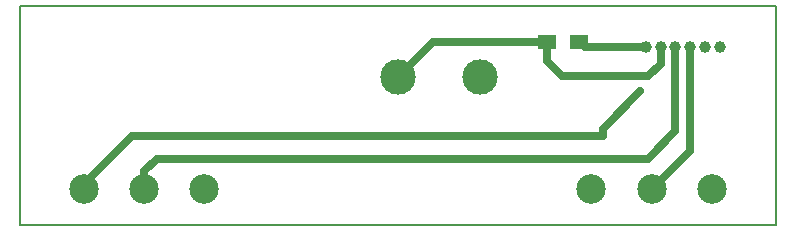
<source format=gtl>
G04 #@! TF.FileFunction,Copper,L1,Top,Signal*
%FSLAX46Y46*%
G04 Gerber Fmt 4.6, Leading zero omitted, Abs format (unit mm)*
G04 Created by KiCad (PCBNEW 4.0.6+dfsg1-1) date Mon Oct 16 00:48:50 2017*
%MOMM*%
%LPD*%
G01*
G04 APERTURE LIST*
%ADD10C,0.100000*%
%ADD11C,0.150000*%
%ADD12C,2.500000*%
%ADD13C,1.000000*%
%ADD14R,1.500000X1.300000*%
%ADD15C,3.000000*%
%ADD16C,0.600000*%
%ADD17C,0.635000*%
%ADD18C,0.250000*%
G04 APERTURE END LIST*
D10*
D11*
X181000000Y-127500000D02*
X181000000Y-109000000D01*
X117000000Y-127500000D02*
X181000000Y-127500000D01*
X117000000Y-109000000D02*
X117000000Y-127500000D01*
X181000000Y-109000000D02*
X117000000Y-109000000D01*
D12*
X127500000Y-124500000D03*
X122400000Y-124500000D03*
X132600000Y-124500000D03*
D13*
X170000000Y-112500000D03*
X171250000Y-112500000D03*
X172500000Y-112500000D03*
X173750000Y-112500000D03*
X175000000Y-112500000D03*
X176250000Y-112500000D03*
D14*
X161650000Y-112000000D03*
X164350000Y-112000000D03*
D12*
X170500000Y-124500000D03*
X165400000Y-124500000D03*
X175600000Y-124500000D03*
D15*
X149000000Y-115000000D03*
X156000000Y-115000000D03*
D16*
X166370000Y-120015000D03*
X169545000Y-116205000D03*
D17*
X166370000Y-120015000D02*
X126485000Y-120015000D01*
X126485000Y-120015000D02*
X122400000Y-124100000D01*
X122400000Y-124100000D02*
X122400000Y-124500000D01*
X170000000Y-112500000D02*
X164850000Y-112500000D01*
X164850000Y-112500000D02*
X164350000Y-112000000D01*
X166370000Y-120015000D02*
X166370000Y-119380000D01*
X166370000Y-119380000D02*
X169545000Y-116205000D01*
D18*
X164850000Y-112500000D02*
X164350000Y-112000000D01*
D17*
X173750000Y-112500000D02*
X173750000Y-121250000D01*
X173750000Y-121250000D02*
X170500000Y-124500000D01*
X127500000Y-124500000D02*
X127500000Y-123000000D01*
X127500000Y-123000000D02*
X128580000Y-121920000D01*
X172500000Y-112500000D02*
X172500000Y-119600000D01*
X170180000Y-121920000D02*
X128580000Y-121920000D01*
X172500000Y-119600000D02*
X170180000Y-121920000D01*
X170180000Y-114935000D02*
X162935000Y-114935000D01*
X171250000Y-113865000D02*
X170180000Y-114935000D01*
X171250000Y-112500000D02*
X171250000Y-113865000D01*
X161650000Y-113650000D02*
X161650000Y-112000000D01*
X162935000Y-114935000D02*
X161650000Y-113650000D01*
X161650000Y-112000000D02*
X152000000Y-112000000D01*
X152000000Y-112000000D02*
X149000000Y-115000000D01*
M02*

</source>
